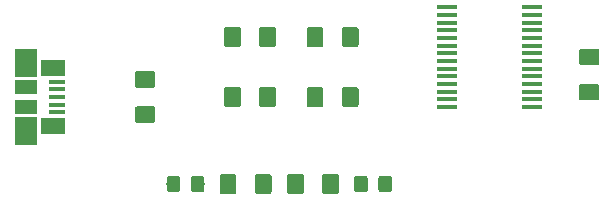
<source format=gbr>
%TF.GenerationSoftware,KiCad,Pcbnew,5.1.4-3.fc31*%
%TF.CreationDate,2019-11-03T17:38:08+01:00*%
%TF.ProjectId,ft232rl_converter_v2,66743233-3272-46c5-9f63-6f6e76657274,rev?*%
%TF.SameCoordinates,PX4d83c00PY525bfc0*%
%TF.FileFunction,Paste,Top*%
%TF.FilePolarity,Positive*%
%FSLAX46Y46*%
G04 Gerber Fmt 4.6, Leading zero omitted, Abs format (unit mm)*
G04 Created by KiCad (PCBNEW 5.1.4-3.fc31) date 2019-11-03 17:38:08*
%MOMM*%
%LPD*%
G04 APERTURE LIST*
%ADD10R,1.900000X1.175000*%
%ADD11R,1.900000X2.375000*%
%ADD12R,2.100000X1.475000*%
%ADD13R,1.380000X0.450000*%
%ADD14C,0.150000*%
%ADD15C,1.425000*%
%ADD16C,1.150000*%
%ADD17R,1.750000X0.450000*%
G04 APERTURE END LIST*
D10*
%TO.C,J1*%
X1340000Y11860000D03*
X1340000Y13540000D03*
D11*
X1340000Y9790000D03*
X1340000Y15610000D03*
D12*
X3640000Y10237500D03*
X3640000Y15162500D03*
D13*
X4000000Y11400000D03*
X4000000Y12050000D03*
X4000000Y12700000D03*
X4000000Y13350000D03*
X4000000Y14000000D03*
%TD*%
D14*
%TO.C,C1*%
G36*
X19319504Y13573796D02*
G01*
X19343773Y13570196D01*
X19367571Y13564235D01*
X19390671Y13555970D01*
X19412849Y13545480D01*
X19433893Y13532867D01*
X19453598Y13518253D01*
X19471777Y13501777D01*
X19488253Y13483598D01*
X19502867Y13463893D01*
X19515480Y13442849D01*
X19525970Y13420671D01*
X19534235Y13397571D01*
X19540196Y13373773D01*
X19543796Y13349504D01*
X19545000Y13325000D01*
X19545000Y12075000D01*
X19543796Y12050496D01*
X19540196Y12026227D01*
X19534235Y12002429D01*
X19525970Y11979329D01*
X19515480Y11957151D01*
X19502867Y11936107D01*
X19488253Y11916402D01*
X19471777Y11898223D01*
X19453598Y11881747D01*
X19433893Y11867133D01*
X19412849Y11854520D01*
X19390671Y11844030D01*
X19367571Y11835765D01*
X19343773Y11829804D01*
X19319504Y11826204D01*
X19295000Y11825000D01*
X18370000Y11825000D01*
X18345496Y11826204D01*
X18321227Y11829804D01*
X18297429Y11835765D01*
X18274329Y11844030D01*
X18252151Y11854520D01*
X18231107Y11867133D01*
X18211402Y11881747D01*
X18193223Y11898223D01*
X18176747Y11916402D01*
X18162133Y11936107D01*
X18149520Y11957151D01*
X18139030Y11979329D01*
X18130765Y12002429D01*
X18124804Y12026227D01*
X18121204Y12050496D01*
X18120000Y12075000D01*
X18120000Y13325000D01*
X18121204Y13349504D01*
X18124804Y13373773D01*
X18130765Y13397571D01*
X18139030Y13420671D01*
X18149520Y13442849D01*
X18162133Y13463893D01*
X18176747Y13483598D01*
X18193223Y13501777D01*
X18211402Y13518253D01*
X18231107Y13532867D01*
X18252151Y13545480D01*
X18274329Y13555970D01*
X18297429Y13564235D01*
X18321227Y13570196D01*
X18345496Y13573796D01*
X18370000Y13575000D01*
X19295000Y13575000D01*
X19319504Y13573796D01*
X19319504Y13573796D01*
G37*
D15*
X18832500Y12700000D03*
D14*
G36*
X22294504Y13573796D02*
G01*
X22318773Y13570196D01*
X22342571Y13564235D01*
X22365671Y13555970D01*
X22387849Y13545480D01*
X22408893Y13532867D01*
X22428598Y13518253D01*
X22446777Y13501777D01*
X22463253Y13483598D01*
X22477867Y13463893D01*
X22490480Y13442849D01*
X22500970Y13420671D01*
X22509235Y13397571D01*
X22515196Y13373773D01*
X22518796Y13349504D01*
X22520000Y13325000D01*
X22520000Y12075000D01*
X22518796Y12050496D01*
X22515196Y12026227D01*
X22509235Y12002429D01*
X22500970Y11979329D01*
X22490480Y11957151D01*
X22477867Y11936107D01*
X22463253Y11916402D01*
X22446777Y11898223D01*
X22428598Y11881747D01*
X22408893Y11867133D01*
X22387849Y11854520D01*
X22365671Y11844030D01*
X22342571Y11835765D01*
X22318773Y11829804D01*
X22294504Y11826204D01*
X22270000Y11825000D01*
X21345000Y11825000D01*
X21320496Y11826204D01*
X21296227Y11829804D01*
X21272429Y11835765D01*
X21249329Y11844030D01*
X21227151Y11854520D01*
X21206107Y11867133D01*
X21186402Y11881747D01*
X21168223Y11898223D01*
X21151747Y11916402D01*
X21137133Y11936107D01*
X21124520Y11957151D01*
X21114030Y11979329D01*
X21105765Y12002429D01*
X21099804Y12026227D01*
X21096204Y12050496D01*
X21095000Y12075000D01*
X21095000Y13325000D01*
X21096204Y13349504D01*
X21099804Y13373773D01*
X21105765Y13397571D01*
X21114030Y13420671D01*
X21124520Y13442849D01*
X21137133Y13463893D01*
X21151747Y13483598D01*
X21168223Y13501777D01*
X21186402Y13518253D01*
X21206107Y13532867D01*
X21227151Y13545480D01*
X21249329Y13555970D01*
X21272429Y13564235D01*
X21296227Y13570196D01*
X21320496Y13573796D01*
X21345000Y13575000D01*
X22270000Y13575000D01*
X22294504Y13573796D01*
X22294504Y13573796D01*
G37*
D15*
X21807500Y12700000D03*
%TD*%
D14*
%TO.C,C2*%
G36*
X12079504Y11923796D02*
G01*
X12103773Y11920196D01*
X12127571Y11914235D01*
X12150671Y11905970D01*
X12172849Y11895480D01*
X12193893Y11882867D01*
X12213598Y11868253D01*
X12231777Y11851777D01*
X12248253Y11833598D01*
X12262867Y11813893D01*
X12275480Y11792849D01*
X12285970Y11770671D01*
X12294235Y11747571D01*
X12300196Y11723773D01*
X12303796Y11699504D01*
X12305000Y11675000D01*
X12305000Y10750000D01*
X12303796Y10725496D01*
X12300196Y10701227D01*
X12294235Y10677429D01*
X12285970Y10654329D01*
X12275480Y10632151D01*
X12262867Y10611107D01*
X12248253Y10591402D01*
X12231777Y10573223D01*
X12213598Y10556747D01*
X12193893Y10542133D01*
X12172849Y10529520D01*
X12150671Y10519030D01*
X12127571Y10510765D01*
X12103773Y10504804D01*
X12079504Y10501204D01*
X12055000Y10500000D01*
X10805000Y10500000D01*
X10780496Y10501204D01*
X10756227Y10504804D01*
X10732429Y10510765D01*
X10709329Y10519030D01*
X10687151Y10529520D01*
X10666107Y10542133D01*
X10646402Y10556747D01*
X10628223Y10573223D01*
X10611747Y10591402D01*
X10597133Y10611107D01*
X10584520Y10632151D01*
X10574030Y10654329D01*
X10565765Y10677429D01*
X10559804Y10701227D01*
X10556204Y10725496D01*
X10555000Y10750000D01*
X10555000Y11675000D01*
X10556204Y11699504D01*
X10559804Y11723773D01*
X10565765Y11747571D01*
X10574030Y11770671D01*
X10584520Y11792849D01*
X10597133Y11813893D01*
X10611747Y11833598D01*
X10628223Y11851777D01*
X10646402Y11868253D01*
X10666107Y11882867D01*
X10687151Y11895480D01*
X10709329Y11905970D01*
X10732429Y11914235D01*
X10756227Y11920196D01*
X10780496Y11923796D01*
X10805000Y11925000D01*
X12055000Y11925000D01*
X12079504Y11923796D01*
X12079504Y11923796D01*
G37*
D15*
X11430000Y11212500D03*
D14*
G36*
X12079504Y14898796D02*
G01*
X12103773Y14895196D01*
X12127571Y14889235D01*
X12150671Y14880970D01*
X12172849Y14870480D01*
X12193893Y14857867D01*
X12213598Y14843253D01*
X12231777Y14826777D01*
X12248253Y14808598D01*
X12262867Y14788893D01*
X12275480Y14767849D01*
X12285970Y14745671D01*
X12294235Y14722571D01*
X12300196Y14698773D01*
X12303796Y14674504D01*
X12305000Y14650000D01*
X12305000Y13725000D01*
X12303796Y13700496D01*
X12300196Y13676227D01*
X12294235Y13652429D01*
X12285970Y13629329D01*
X12275480Y13607151D01*
X12262867Y13586107D01*
X12248253Y13566402D01*
X12231777Y13548223D01*
X12213598Y13531747D01*
X12193893Y13517133D01*
X12172849Y13504520D01*
X12150671Y13494030D01*
X12127571Y13485765D01*
X12103773Y13479804D01*
X12079504Y13476204D01*
X12055000Y13475000D01*
X10805000Y13475000D01*
X10780496Y13476204D01*
X10756227Y13479804D01*
X10732429Y13485765D01*
X10709329Y13494030D01*
X10687151Y13504520D01*
X10666107Y13517133D01*
X10646402Y13531747D01*
X10628223Y13548223D01*
X10611747Y13566402D01*
X10597133Y13586107D01*
X10584520Y13607151D01*
X10574030Y13629329D01*
X10565765Y13652429D01*
X10559804Y13676227D01*
X10556204Y13700496D01*
X10555000Y13725000D01*
X10555000Y14650000D01*
X10556204Y14674504D01*
X10559804Y14698773D01*
X10565765Y14722571D01*
X10574030Y14745671D01*
X10584520Y14767849D01*
X10597133Y14788893D01*
X10611747Y14808598D01*
X10628223Y14826777D01*
X10646402Y14843253D01*
X10666107Y14857867D01*
X10687151Y14870480D01*
X10709329Y14880970D01*
X10732429Y14889235D01*
X10756227Y14895196D01*
X10780496Y14898796D01*
X10805000Y14900000D01*
X12055000Y14900000D01*
X12079504Y14898796D01*
X12079504Y14898796D01*
G37*
D15*
X11430000Y14187500D03*
%TD*%
D14*
%TO.C,C3*%
G36*
X29279504Y13573796D02*
G01*
X29303773Y13570196D01*
X29327571Y13564235D01*
X29350671Y13555970D01*
X29372849Y13545480D01*
X29393893Y13532867D01*
X29413598Y13518253D01*
X29431777Y13501777D01*
X29448253Y13483598D01*
X29462867Y13463893D01*
X29475480Y13442849D01*
X29485970Y13420671D01*
X29494235Y13397571D01*
X29500196Y13373773D01*
X29503796Y13349504D01*
X29505000Y13325000D01*
X29505000Y12075000D01*
X29503796Y12050496D01*
X29500196Y12026227D01*
X29494235Y12002429D01*
X29485970Y11979329D01*
X29475480Y11957151D01*
X29462867Y11936107D01*
X29448253Y11916402D01*
X29431777Y11898223D01*
X29413598Y11881747D01*
X29393893Y11867133D01*
X29372849Y11854520D01*
X29350671Y11844030D01*
X29327571Y11835765D01*
X29303773Y11829804D01*
X29279504Y11826204D01*
X29255000Y11825000D01*
X28330000Y11825000D01*
X28305496Y11826204D01*
X28281227Y11829804D01*
X28257429Y11835765D01*
X28234329Y11844030D01*
X28212151Y11854520D01*
X28191107Y11867133D01*
X28171402Y11881747D01*
X28153223Y11898223D01*
X28136747Y11916402D01*
X28122133Y11936107D01*
X28109520Y11957151D01*
X28099030Y11979329D01*
X28090765Y12002429D01*
X28084804Y12026227D01*
X28081204Y12050496D01*
X28080000Y12075000D01*
X28080000Y13325000D01*
X28081204Y13349504D01*
X28084804Y13373773D01*
X28090765Y13397571D01*
X28099030Y13420671D01*
X28109520Y13442849D01*
X28122133Y13463893D01*
X28136747Y13483598D01*
X28153223Y13501777D01*
X28171402Y13518253D01*
X28191107Y13532867D01*
X28212151Y13545480D01*
X28234329Y13555970D01*
X28257429Y13564235D01*
X28281227Y13570196D01*
X28305496Y13573796D01*
X28330000Y13575000D01*
X29255000Y13575000D01*
X29279504Y13573796D01*
X29279504Y13573796D01*
G37*
D15*
X28792500Y12700000D03*
D14*
G36*
X26304504Y13573796D02*
G01*
X26328773Y13570196D01*
X26352571Y13564235D01*
X26375671Y13555970D01*
X26397849Y13545480D01*
X26418893Y13532867D01*
X26438598Y13518253D01*
X26456777Y13501777D01*
X26473253Y13483598D01*
X26487867Y13463893D01*
X26500480Y13442849D01*
X26510970Y13420671D01*
X26519235Y13397571D01*
X26525196Y13373773D01*
X26528796Y13349504D01*
X26530000Y13325000D01*
X26530000Y12075000D01*
X26528796Y12050496D01*
X26525196Y12026227D01*
X26519235Y12002429D01*
X26510970Y11979329D01*
X26500480Y11957151D01*
X26487867Y11936107D01*
X26473253Y11916402D01*
X26456777Y11898223D01*
X26438598Y11881747D01*
X26418893Y11867133D01*
X26397849Y11854520D01*
X26375671Y11844030D01*
X26352571Y11835765D01*
X26328773Y11829804D01*
X26304504Y11826204D01*
X26280000Y11825000D01*
X25355000Y11825000D01*
X25330496Y11826204D01*
X25306227Y11829804D01*
X25282429Y11835765D01*
X25259329Y11844030D01*
X25237151Y11854520D01*
X25216107Y11867133D01*
X25196402Y11881747D01*
X25178223Y11898223D01*
X25161747Y11916402D01*
X25147133Y11936107D01*
X25134520Y11957151D01*
X25124030Y11979329D01*
X25115765Y12002429D01*
X25109804Y12026227D01*
X25106204Y12050496D01*
X25105000Y12075000D01*
X25105000Y13325000D01*
X25106204Y13349504D01*
X25109804Y13373773D01*
X25115765Y13397571D01*
X25124030Y13420671D01*
X25134520Y13442849D01*
X25147133Y13463893D01*
X25161747Y13483598D01*
X25178223Y13501777D01*
X25196402Y13518253D01*
X25216107Y13532867D01*
X25237151Y13545480D01*
X25259329Y13555970D01*
X25282429Y13564235D01*
X25306227Y13570196D01*
X25330496Y13573796D01*
X25355000Y13575000D01*
X26280000Y13575000D01*
X26304504Y13573796D01*
X26304504Y13573796D01*
G37*
D15*
X25817500Y12700000D03*
%TD*%
D14*
%TO.C,C4*%
G36*
X49671504Y16803796D02*
G01*
X49695773Y16800196D01*
X49719571Y16794235D01*
X49742671Y16785970D01*
X49764849Y16775480D01*
X49785893Y16762867D01*
X49805598Y16748253D01*
X49823777Y16731777D01*
X49840253Y16713598D01*
X49854867Y16693893D01*
X49867480Y16672849D01*
X49877970Y16650671D01*
X49886235Y16627571D01*
X49892196Y16603773D01*
X49895796Y16579504D01*
X49897000Y16555000D01*
X49897000Y15630000D01*
X49895796Y15605496D01*
X49892196Y15581227D01*
X49886235Y15557429D01*
X49877970Y15534329D01*
X49867480Y15512151D01*
X49854867Y15491107D01*
X49840253Y15471402D01*
X49823777Y15453223D01*
X49805598Y15436747D01*
X49785893Y15422133D01*
X49764849Y15409520D01*
X49742671Y15399030D01*
X49719571Y15390765D01*
X49695773Y15384804D01*
X49671504Y15381204D01*
X49647000Y15380000D01*
X48397000Y15380000D01*
X48372496Y15381204D01*
X48348227Y15384804D01*
X48324429Y15390765D01*
X48301329Y15399030D01*
X48279151Y15409520D01*
X48258107Y15422133D01*
X48238402Y15436747D01*
X48220223Y15453223D01*
X48203747Y15471402D01*
X48189133Y15491107D01*
X48176520Y15512151D01*
X48166030Y15534329D01*
X48157765Y15557429D01*
X48151804Y15581227D01*
X48148204Y15605496D01*
X48147000Y15630000D01*
X48147000Y16555000D01*
X48148204Y16579504D01*
X48151804Y16603773D01*
X48157765Y16627571D01*
X48166030Y16650671D01*
X48176520Y16672849D01*
X48189133Y16693893D01*
X48203747Y16713598D01*
X48220223Y16731777D01*
X48238402Y16748253D01*
X48258107Y16762867D01*
X48279151Y16775480D01*
X48301329Y16785970D01*
X48324429Y16794235D01*
X48348227Y16800196D01*
X48372496Y16803796D01*
X48397000Y16805000D01*
X49647000Y16805000D01*
X49671504Y16803796D01*
X49671504Y16803796D01*
G37*
D15*
X49022000Y16092500D03*
D14*
G36*
X49671504Y13828796D02*
G01*
X49695773Y13825196D01*
X49719571Y13819235D01*
X49742671Y13810970D01*
X49764849Y13800480D01*
X49785893Y13787867D01*
X49805598Y13773253D01*
X49823777Y13756777D01*
X49840253Y13738598D01*
X49854867Y13718893D01*
X49867480Y13697849D01*
X49877970Y13675671D01*
X49886235Y13652571D01*
X49892196Y13628773D01*
X49895796Y13604504D01*
X49897000Y13580000D01*
X49897000Y12655000D01*
X49895796Y12630496D01*
X49892196Y12606227D01*
X49886235Y12582429D01*
X49877970Y12559329D01*
X49867480Y12537151D01*
X49854867Y12516107D01*
X49840253Y12496402D01*
X49823777Y12478223D01*
X49805598Y12461747D01*
X49785893Y12447133D01*
X49764849Y12434520D01*
X49742671Y12424030D01*
X49719571Y12415765D01*
X49695773Y12409804D01*
X49671504Y12406204D01*
X49647000Y12405000D01*
X48397000Y12405000D01*
X48372496Y12406204D01*
X48348227Y12409804D01*
X48324429Y12415765D01*
X48301329Y12424030D01*
X48279151Y12434520D01*
X48258107Y12447133D01*
X48238402Y12461747D01*
X48220223Y12478223D01*
X48203747Y12496402D01*
X48189133Y12516107D01*
X48176520Y12537151D01*
X48166030Y12559329D01*
X48157765Y12582429D01*
X48151804Y12606227D01*
X48148204Y12630496D01*
X48147000Y12655000D01*
X48147000Y13580000D01*
X48148204Y13604504D01*
X48151804Y13628773D01*
X48157765Y13652571D01*
X48166030Y13675671D01*
X48176520Y13697849D01*
X48189133Y13718893D01*
X48203747Y13738598D01*
X48220223Y13756777D01*
X48238402Y13773253D01*
X48258107Y13787867D01*
X48279151Y13800480D01*
X48301329Y13810970D01*
X48324429Y13819235D01*
X48348227Y13825196D01*
X48372496Y13828796D01*
X48397000Y13830000D01*
X49647000Y13830000D01*
X49671504Y13828796D01*
X49671504Y13828796D01*
G37*
D15*
X49022000Y13117500D03*
%TD*%
D14*
%TO.C,D1*%
G36*
X21913504Y6207796D02*
G01*
X21937773Y6204196D01*
X21961571Y6198235D01*
X21984671Y6189970D01*
X22006849Y6179480D01*
X22027893Y6166867D01*
X22047598Y6152253D01*
X22065777Y6135777D01*
X22082253Y6117598D01*
X22096867Y6097893D01*
X22109480Y6076849D01*
X22119970Y6054671D01*
X22128235Y6031571D01*
X22134196Y6007773D01*
X22137796Y5983504D01*
X22139000Y5959000D01*
X22139000Y4709000D01*
X22137796Y4684496D01*
X22134196Y4660227D01*
X22128235Y4636429D01*
X22119970Y4613329D01*
X22109480Y4591151D01*
X22096867Y4570107D01*
X22082253Y4550402D01*
X22065777Y4532223D01*
X22047598Y4515747D01*
X22027893Y4501133D01*
X22006849Y4488520D01*
X21984671Y4478030D01*
X21961571Y4469765D01*
X21937773Y4463804D01*
X21913504Y4460204D01*
X21889000Y4459000D01*
X20964000Y4459000D01*
X20939496Y4460204D01*
X20915227Y4463804D01*
X20891429Y4469765D01*
X20868329Y4478030D01*
X20846151Y4488520D01*
X20825107Y4501133D01*
X20805402Y4515747D01*
X20787223Y4532223D01*
X20770747Y4550402D01*
X20756133Y4570107D01*
X20743520Y4591151D01*
X20733030Y4613329D01*
X20724765Y4636429D01*
X20718804Y4660227D01*
X20715204Y4684496D01*
X20714000Y4709000D01*
X20714000Y5959000D01*
X20715204Y5983504D01*
X20718804Y6007773D01*
X20724765Y6031571D01*
X20733030Y6054671D01*
X20743520Y6076849D01*
X20756133Y6097893D01*
X20770747Y6117598D01*
X20787223Y6135777D01*
X20805402Y6152253D01*
X20825107Y6166867D01*
X20846151Y6179480D01*
X20868329Y6189970D01*
X20891429Y6198235D01*
X20915227Y6204196D01*
X20939496Y6207796D01*
X20964000Y6209000D01*
X21889000Y6209000D01*
X21913504Y6207796D01*
X21913504Y6207796D01*
G37*
D15*
X21426500Y5334000D03*
D14*
G36*
X18938504Y6207796D02*
G01*
X18962773Y6204196D01*
X18986571Y6198235D01*
X19009671Y6189970D01*
X19031849Y6179480D01*
X19052893Y6166867D01*
X19072598Y6152253D01*
X19090777Y6135777D01*
X19107253Y6117598D01*
X19121867Y6097893D01*
X19134480Y6076849D01*
X19144970Y6054671D01*
X19153235Y6031571D01*
X19159196Y6007773D01*
X19162796Y5983504D01*
X19164000Y5959000D01*
X19164000Y4709000D01*
X19162796Y4684496D01*
X19159196Y4660227D01*
X19153235Y4636429D01*
X19144970Y4613329D01*
X19134480Y4591151D01*
X19121867Y4570107D01*
X19107253Y4550402D01*
X19090777Y4532223D01*
X19072598Y4515747D01*
X19052893Y4501133D01*
X19031849Y4488520D01*
X19009671Y4478030D01*
X18986571Y4469765D01*
X18962773Y4463804D01*
X18938504Y4460204D01*
X18914000Y4459000D01*
X17989000Y4459000D01*
X17964496Y4460204D01*
X17940227Y4463804D01*
X17916429Y4469765D01*
X17893329Y4478030D01*
X17871151Y4488520D01*
X17850107Y4501133D01*
X17830402Y4515747D01*
X17812223Y4532223D01*
X17795747Y4550402D01*
X17781133Y4570107D01*
X17768520Y4591151D01*
X17758030Y4613329D01*
X17749765Y4636429D01*
X17743804Y4660227D01*
X17740204Y4684496D01*
X17739000Y4709000D01*
X17739000Y5959000D01*
X17740204Y5983504D01*
X17743804Y6007773D01*
X17749765Y6031571D01*
X17758030Y6054671D01*
X17768520Y6076849D01*
X17781133Y6097893D01*
X17795747Y6117598D01*
X17812223Y6135777D01*
X17830402Y6152253D01*
X17850107Y6166867D01*
X17871151Y6179480D01*
X17893329Y6189970D01*
X17916429Y6198235D01*
X17940227Y6204196D01*
X17964496Y6207796D01*
X17989000Y6209000D01*
X18914000Y6209000D01*
X18938504Y6207796D01*
X18938504Y6207796D01*
G37*
D15*
X18451500Y5334000D03*
%TD*%
D14*
%TO.C,D2*%
G36*
X24653504Y6207796D02*
G01*
X24677773Y6204196D01*
X24701571Y6198235D01*
X24724671Y6189970D01*
X24746849Y6179480D01*
X24767893Y6166867D01*
X24787598Y6152253D01*
X24805777Y6135777D01*
X24822253Y6117598D01*
X24836867Y6097893D01*
X24849480Y6076849D01*
X24859970Y6054671D01*
X24868235Y6031571D01*
X24874196Y6007773D01*
X24877796Y5983504D01*
X24879000Y5959000D01*
X24879000Y4709000D01*
X24877796Y4684496D01*
X24874196Y4660227D01*
X24868235Y4636429D01*
X24859970Y4613329D01*
X24849480Y4591151D01*
X24836867Y4570107D01*
X24822253Y4550402D01*
X24805777Y4532223D01*
X24787598Y4515747D01*
X24767893Y4501133D01*
X24746849Y4488520D01*
X24724671Y4478030D01*
X24701571Y4469765D01*
X24677773Y4463804D01*
X24653504Y4460204D01*
X24629000Y4459000D01*
X23704000Y4459000D01*
X23679496Y4460204D01*
X23655227Y4463804D01*
X23631429Y4469765D01*
X23608329Y4478030D01*
X23586151Y4488520D01*
X23565107Y4501133D01*
X23545402Y4515747D01*
X23527223Y4532223D01*
X23510747Y4550402D01*
X23496133Y4570107D01*
X23483520Y4591151D01*
X23473030Y4613329D01*
X23464765Y4636429D01*
X23458804Y4660227D01*
X23455204Y4684496D01*
X23454000Y4709000D01*
X23454000Y5959000D01*
X23455204Y5983504D01*
X23458804Y6007773D01*
X23464765Y6031571D01*
X23473030Y6054671D01*
X23483520Y6076849D01*
X23496133Y6097893D01*
X23510747Y6117598D01*
X23527223Y6135777D01*
X23545402Y6152253D01*
X23565107Y6166867D01*
X23586151Y6179480D01*
X23608329Y6189970D01*
X23631429Y6198235D01*
X23655227Y6204196D01*
X23679496Y6207796D01*
X23704000Y6209000D01*
X24629000Y6209000D01*
X24653504Y6207796D01*
X24653504Y6207796D01*
G37*
D15*
X24166500Y5334000D03*
D14*
G36*
X27628504Y6207796D02*
G01*
X27652773Y6204196D01*
X27676571Y6198235D01*
X27699671Y6189970D01*
X27721849Y6179480D01*
X27742893Y6166867D01*
X27762598Y6152253D01*
X27780777Y6135777D01*
X27797253Y6117598D01*
X27811867Y6097893D01*
X27824480Y6076849D01*
X27834970Y6054671D01*
X27843235Y6031571D01*
X27849196Y6007773D01*
X27852796Y5983504D01*
X27854000Y5959000D01*
X27854000Y4709000D01*
X27852796Y4684496D01*
X27849196Y4660227D01*
X27843235Y4636429D01*
X27834970Y4613329D01*
X27824480Y4591151D01*
X27811867Y4570107D01*
X27797253Y4550402D01*
X27780777Y4532223D01*
X27762598Y4515747D01*
X27742893Y4501133D01*
X27721849Y4488520D01*
X27699671Y4478030D01*
X27676571Y4469765D01*
X27652773Y4463804D01*
X27628504Y4460204D01*
X27604000Y4459000D01*
X26679000Y4459000D01*
X26654496Y4460204D01*
X26630227Y4463804D01*
X26606429Y4469765D01*
X26583329Y4478030D01*
X26561151Y4488520D01*
X26540107Y4501133D01*
X26520402Y4515747D01*
X26502223Y4532223D01*
X26485747Y4550402D01*
X26471133Y4570107D01*
X26458520Y4591151D01*
X26448030Y4613329D01*
X26439765Y4636429D01*
X26433804Y4660227D01*
X26430204Y4684496D01*
X26429000Y4709000D01*
X26429000Y5959000D01*
X26430204Y5983504D01*
X26433804Y6007773D01*
X26439765Y6031571D01*
X26448030Y6054671D01*
X26458520Y6076849D01*
X26471133Y6097893D01*
X26485747Y6117598D01*
X26502223Y6135777D01*
X26520402Y6152253D01*
X26540107Y6166867D01*
X26561151Y6179480D01*
X26583329Y6189970D01*
X26606429Y6198235D01*
X26630227Y6204196D01*
X26654496Y6207796D01*
X26679000Y6209000D01*
X27604000Y6209000D01*
X27628504Y6207796D01*
X27628504Y6207796D01*
G37*
D15*
X27141500Y5334000D03*
%TD*%
D14*
%TO.C,FB1*%
G36*
X19319504Y18653796D02*
G01*
X19343773Y18650196D01*
X19367571Y18644235D01*
X19390671Y18635970D01*
X19412849Y18625480D01*
X19433893Y18612867D01*
X19453598Y18598253D01*
X19471777Y18581777D01*
X19488253Y18563598D01*
X19502867Y18543893D01*
X19515480Y18522849D01*
X19525970Y18500671D01*
X19534235Y18477571D01*
X19540196Y18453773D01*
X19543796Y18429504D01*
X19545000Y18405000D01*
X19545000Y17155000D01*
X19543796Y17130496D01*
X19540196Y17106227D01*
X19534235Y17082429D01*
X19525970Y17059329D01*
X19515480Y17037151D01*
X19502867Y17016107D01*
X19488253Y16996402D01*
X19471777Y16978223D01*
X19453598Y16961747D01*
X19433893Y16947133D01*
X19412849Y16934520D01*
X19390671Y16924030D01*
X19367571Y16915765D01*
X19343773Y16909804D01*
X19319504Y16906204D01*
X19295000Y16905000D01*
X18370000Y16905000D01*
X18345496Y16906204D01*
X18321227Y16909804D01*
X18297429Y16915765D01*
X18274329Y16924030D01*
X18252151Y16934520D01*
X18231107Y16947133D01*
X18211402Y16961747D01*
X18193223Y16978223D01*
X18176747Y16996402D01*
X18162133Y17016107D01*
X18149520Y17037151D01*
X18139030Y17059329D01*
X18130765Y17082429D01*
X18124804Y17106227D01*
X18121204Y17130496D01*
X18120000Y17155000D01*
X18120000Y18405000D01*
X18121204Y18429504D01*
X18124804Y18453773D01*
X18130765Y18477571D01*
X18139030Y18500671D01*
X18149520Y18522849D01*
X18162133Y18543893D01*
X18176747Y18563598D01*
X18193223Y18581777D01*
X18211402Y18598253D01*
X18231107Y18612867D01*
X18252151Y18625480D01*
X18274329Y18635970D01*
X18297429Y18644235D01*
X18321227Y18650196D01*
X18345496Y18653796D01*
X18370000Y18655000D01*
X19295000Y18655000D01*
X19319504Y18653796D01*
X19319504Y18653796D01*
G37*
D15*
X18832500Y17780000D03*
D14*
G36*
X22294504Y18653796D02*
G01*
X22318773Y18650196D01*
X22342571Y18644235D01*
X22365671Y18635970D01*
X22387849Y18625480D01*
X22408893Y18612867D01*
X22428598Y18598253D01*
X22446777Y18581777D01*
X22463253Y18563598D01*
X22477867Y18543893D01*
X22490480Y18522849D01*
X22500970Y18500671D01*
X22509235Y18477571D01*
X22515196Y18453773D01*
X22518796Y18429504D01*
X22520000Y18405000D01*
X22520000Y17155000D01*
X22518796Y17130496D01*
X22515196Y17106227D01*
X22509235Y17082429D01*
X22500970Y17059329D01*
X22490480Y17037151D01*
X22477867Y17016107D01*
X22463253Y16996402D01*
X22446777Y16978223D01*
X22428598Y16961747D01*
X22408893Y16947133D01*
X22387849Y16934520D01*
X22365671Y16924030D01*
X22342571Y16915765D01*
X22318773Y16909804D01*
X22294504Y16906204D01*
X22270000Y16905000D01*
X21345000Y16905000D01*
X21320496Y16906204D01*
X21296227Y16909804D01*
X21272429Y16915765D01*
X21249329Y16924030D01*
X21227151Y16934520D01*
X21206107Y16947133D01*
X21186402Y16961747D01*
X21168223Y16978223D01*
X21151747Y16996402D01*
X21137133Y17016107D01*
X21124520Y17037151D01*
X21114030Y17059329D01*
X21105765Y17082429D01*
X21099804Y17106227D01*
X21096204Y17130496D01*
X21095000Y17155000D01*
X21095000Y18405000D01*
X21096204Y18429504D01*
X21099804Y18453773D01*
X21105765Y18477571D01*
X21114030Y18500671D01*
X21124520Y18522849D01*
X21137133Y18543893D01*
X21151747Y18563598D01*
X21168223Y18581777D01*
X21186402Y18598253D01*
X21206107Y18612867D01*
X21227151Y18625480D01*
X21249329Y18635970D01*
X21272429Y18644235D01*
X21296227Y18650196D01*
X21320496Y18653796D01*
X21345000Y18655000D01*
X22270000Y18655000D01*
X22294504Y18653796D01*
X22294504Y18653796D01*
G37*
D15*
X21807500Y17780000D03*
%TD*%
D14*
%TO.C,R1*%
G36*
X14183505Y6032796D02*
G01*
X14207773Y6029196D01*
X14231572Y6023235D01*
X14254671Y6014970D01*
X14276850Y6004480D01*
X14297893Y5991868D01*
X14317599Y5977253D01*
X14335777Y5960777D01*
X14352253Y5942599D01*
X14366868Y5922893D01*
X14379480Y5901850D01*
X14389970Y5879671D01*
X14398235Y5856572D01*
X14404196Y5832773D01*
X14407796Y5808505D01*
X14409000Y5784001D01*
X14409000Y4883999D01*
X14407796Y4859495D01*
X14404196Y4835227D01*
X14398235Y4811428D01*
X14389970Y4788329D01*
X14379480Y4766150D01*
X14366868Y4745107D01*
X14352253Y4725401D01*
X14335777Y4707223D01*
X14317599Y4690747D01*
X14297893Y4676132D01*
X14276850Y4663520D01*
X14254671Y4653030D01*
X14231572Y4644765D01*
X14207773Y4638804D01*
X14183505Y4635204D01*
X14159001Y4634000D01*
X13508999Y4634000D01*
X13484495Y4635204D01*
X13460227Y4638804D01*
X13436428Y4644765D01*
X13413329Y4653030D01*
X13391150Y4663520D01*
X13370107Y4676132D01*
X13350401Y4690747D01*
X13332223Y4707223D01*
X13315747Y4725401D01*
X13301132Y4745107D01*
X13288520Y4766150D01*
X13278030Y4788329D01*
X13269765Y4811428D01*
X13263804Y4835227D01*
X13260204Y4859495D01*
X13259000Y4883999D01*
X13259000Y5784001D01*
X13260204Y5808505D01*
X13263804Y5832773D01*
X13269765Y5856572D01*
X13278030Y5879671D01*
X13288520Y5901850D01*
X13301132Y5922893D01*
X13315747Y5942599D01*
X13332223Y5960777D01*
X13350401Y5977253D01*
X13370107Y5991868D01*
X13391150Y6004480D01*
X13413329Y6014970D01*
X13436428Y6023235D01*
X13460227Y6029196D01*
X13484495Y6032796D01*
X13508999Y6034000D01*
X14159001Y6034000D01*
X14183505Y6032796D01*
X14183505Y6032796D01*
G37*
D16*
X13834000Y5334000D03*
D14*
G36*
X16233505Y6032796D02*
G01*
X16257773Y6029196D01*
X16281572Y6023235D01*
X16304671Y6014970D01*
X16326850Y6004480D01*
X16347893Y5991868D01*
X16367599Y5977253D01*
X16385777Y5960777D01*
X16402253Y5942599D01*
X16416868Y5922893D01*
X16429480Y5901850D01*
X16439970Y5879671D01*
X16448235Y5856572D01*
X16454196Y5832773D01*
X16457796Y5808505D01*
X16459000Y5784001D01*
X16459000Y4883999D01*
X16457796Y4859495D01*
X16454196Y4835227D01*
X16448235Y4811428D01*
X16439970Y4788329D01*
X16429480Y4766150D01*
X16416868Y4745107D01*
X16402253Y4725401D01*
X16385777Y4707223D01*
X16367599Y4690747D01*
X16347893Y4676132D01*
X16326850Y4663520D01*
X16304671Y4653030D01*
X16281572Y4644765D01*
X16257773Y4638804D01*
X16233505Y4635204D01*
X16209001Y4634000D01*
X15558999Y4634000D01*
X15534495Y4635204D01*
X15510227Y4638804D01*
X15486428Y4644765D01*
X15463329Y4653030D01*
X15441150Y4663520D01*
X15420107Y4676132D01*
X15400401Y4690747D01*
X15382223Y4707223D01*
X15365747Y4725401D01*
X15351132Y4745107D01*
X15338520Y4766150D01*
X15328030Y4788329D01*
X15319765Y4811428D01*
X15313804Y4835227D01*
X15310204Y4859495D01*
X15309000Y4883999D01*
X15309000Y5784001D01*
X15310204Y5808505D01*
X15313804Y5832773D01*
X15319765Y5856572D01*
X15328030Y5879671D01*
X15338520Y5901850D01*
X15351132Y5922893D01*
X15365747Y5942599D01*
X15382223Y5960777D01*
X15400401Y5977253D01*
X15420107Y5991868D01*
X15441150Y6004480D01*
X15463329Y6014970D01*
X15486428Y6023235D01*
X15510227Y6029196D01*
X15534495Y6032796D01*
X15558999Y6034000D01*
X16209001Y6034000D01*
X16233505Y6032796D01*
X16233505Y6032796D01*
G37*
D16*
X15884000Y5334000D03*
%TD*%
D14*
%TO.C,R2*%
G36*
X32108505Y6032796D02*
G01*
X32132773Y6029196D01*
X32156572Y6023235D01*
X32179671Y6014970D01*
X32201850Y6004480D01*
X32222893Y5991868D01*
X32242599Y5977253D01*
X32260777Y5960777D01*
X32277253Y5942599D01*
X32291868Y5922893D01*
X32304480Y5901850D01*
X32314970Y5879671D01*
X32323235Y5856572D01*
X32329196Y5832773D01*
X32332796Y5808505D01*
X32334000Y5784001D01*
X32334000Y4883999D01*
X32332796Y4859495D01*
X32329196Y4835227D01*
X32323235Y4811428D01*
X32314970Y4788329D01*
X32304480Y4766150D01*
X32291868Y4745107D01*
X32277253Y4725401D01*
X32260777Y4707223D01*
X32242599Y4690747D01*
X32222893Y4676132D01*
X32201850Y4663520D01*
X32179671Y4653030D01*
X32156572Y4644765D01*
X32132773Y4638804D01*
X32108505Y4635204D01*
X32084001Y4634000D01*
X31433999Y4634000D01*
X31409495Y4635204D01*
X31385227Y4638804D01*
X31361428Y4644765D01*
X31338329Y4653030D01*
X31316150Y4663520D01*
X31295107Y4676132D01*
X31275401Y4690747D01*
X31257223Y4707223D01*
X31240747Y4725401D01*
X31226132Y4745107D01*
X31213520Y4766150D01*
X31203030Y4788329D01*
X31194765Y4811428D01*
X31188804Y4835227D01*
X31185204Y4859495D01*
X31184000Y4883999D01*
X31184000Y5784001D01*
X31185204Y5808505D01*
X31188804Y5832773D01*
X31194765Y5856572D01*
X31203030Y5879671D01*
X31213520Y5901850D01*
X31226132Y5922893D01*
X31240747Y5942599D01*
X31257223Y5960777D01*
X31275401Y5977253D01*
X31295107Y5991868D01*
X31316150Y6004480D01*
X31338329Y6014970D01*
X31361428Y6023235D01*
X31385227Y6029196D01*
X31409495Y6032796D01*
X31433999Y6034000D01*
X32084001Y6034000D01*
X32108505Y6032796D01*
X32108505Y6032796D01*
G37*
D16*
X31759000Y5334000D03*
D14*
G36*
X30058505Y6032796D02*
G01*
X30082773Y6029196D01*
X30106572Y6023235D01*
X30129671Y6014970D01*
X30151850Y6004480D01*
X30172893Y5991868D01*
X30192599Y5977253D01*
X30210777Y5960777D01*
X30227253Y5942599D01*
X30241868Y5922893D01*
X30254480Y5901850D01*
X30264970Y5879671D01*
X30273235Y5856572D01*
X30279196Y5832773D01*
X30282796Y5808505D01*
X30284000Y5784001D01*
X30284000Y4883999D01*
X30282796Y4859495D01*
X30279196Y4835227D01*
X30273235Y4811428D01*
X30264970Y4788329D01*
X30254480Y4766150D01*
X30241868Y4745107D01*
X30227253Y4725401D01*
X30210777Y4707223D01*
X30192599Y4690747D01*
X30172893Y4676132D01*
X30151850Y4663520D01*
X30129671Y4653030D01*
X30106572Y4644765D01*
X30082773Y4638804D01*
X30058505Y4635204D01*
X30034001Y4634000D01*
X29383999Y4634000D01*
X29359495Y4635204D01*
X29335227Y4638804D01*
X29311428Y4644765D01*
X29288329Y4653030D01*
X29266150Y4663520D01*
X29245107Y4676132D01*
X29225401Y4690747D01*
X29207223Y4707223D01*
X29190747Y4725401D01*
X29176132Y4745107D01*
X29163520Y4766150D01*
X29153030Y4788329D01*
X29144765Y4811428D01*
X29138804Y4835227D01*
X29135204Y4859495D01*
X29134000Y4883999D01*
X29134000Y5784001D01*
X29135204Y5808505D01*
X29138804Y5832773D01*
X29144765Y5856572D01*
X29153030Y5879671D01*
X29163520Y5901850D01*
X29176132Y5922893D01*
X29190747Y5942599D01*
X29207223Y5960777D01*
X29225401Y5977253D01*
X29245107Y5991868D01*
X29266150Y6004480D01*
X29288329Y6014970D01*
X29311428Y6023235D01*
X29335227Y6029196D01*
X29359495Y6032796D01*
X29383999Y6034000D01*
X30034001Y6034000D01*
X30058505Y6032796D01*
X30058505Y6032796D01*
G37*
D16*
X29709000Y5334000D03*
%TD*%
D14*
%TO.C,R3*%
G36*
X29279504Y18653796D02*
G01*
X29303773Y18650196D01*
X29327571Y18644235D01*
X29350671Y18635970D01*
X29372849Y18625480D01*
X29393893Y18612867D01*
X29413598Y18598253D01*
X29431777Y18581777D01*
X29448253Y18563598D01*
X29462867Y18543893D01*
X29475480Y18522849D01*
X29485970Y18500671D01*
X29494235Y18477571D01*
X29500196Y18453773D01*
X29503796Y18429504D01*
X29505000Y18405000D01*
X29505000Y17155000D01*
X29503796Y17130496D01*
X29500196Y17106227D01*
X29494235Y17082429D01*
X29485970Y17059329D01*
X29475480Y17037151D01*
X29462867Y17016107D01*
X29448253Y16996402D01*
X29431777Y16978223D01*
X29413598Y16961747D01*
X29393893Y16947133D01*
X29372849Y16934520D01*
X29350671Y16924030D01*
X29327571Y16915765D01*
X29303773Y16909804D01*
X29279504Y16906204D01*
X29255000Y16905000D01*
X28330000Y16905000D01*
X28305496Y16906204D01*
X28281227Y16909804D01*
X28257429Y16915765D01*
X28234329Y16924030D01*
X28212151Y16934520D01*
X28191107Y16947133D01*
X28171402Y16961747D01*
X28153223Y16978223D01*
X28136747Y16996402D01*
X28122133Y17016107D01*
X28109520Y17037151D01*
X28099030Y17059329D01*
X28090765Y17082429D01*
X28084804Y17106227D01*
X28081204Y17130496D01*
X28080000Y17155000D01*
X28080000Y18405000D01*
X28081204Y18429504D01*
X28084804Y18453773D01*
X28090765Y18477571D01*
X28099030Y18500671D01*
X28109520Y18522849D01*
X28122133Y18543893D01*
X28136747Y18563598D01*
X28153223Y18581777D01*
X28171402Y18598253D01*
X28191107Y18612867D01*
X28212151Y18625480D01*
X28234329Y18635970D01*
X28257429Y18644235D01*
X28281227Y18650196D01*
X28305496Y18653796D01*
X28330000Y18655000D01*
X29255000Y18655000D01*
X29279504Y18653796D01*
X29279504Y18653796D01*
G37*
D15*
X28792500Y17780000D03*
D14*
G36*
X26304504Y18653796D02*
G01*
X26328773Y18650196D01*
X26352571Y18644235D01*
X26375671Y18635970D01*
X26397849Y18625480D01*
X26418893Y18612867D01*
X26438598Y18598253D01*
X26456777Y18581777D01*
X26473253Y18563598D01*
X26487867Y18543893D01*
X26500480Y18522849D01*
X26510970Y18500671D01*
X26519235Y18477571D01*
X26525196Y18453773D01*
X26528796Y18429504D01*
X26530000Y18405000D01*
X26530000Y17155000D01*
X26528796Y17130496D01*
X26525196Y17106227D01*
X26519235Y17082429D01*
X26510970Y17059329D01*
X26500480Y17037151D01*
X26487867Y17016107D01*
X26473253Y16996402D01*
X26456777Y16978223D01*
X26438598Y16961747D01*
X26418893Y16947133D01*
X26397849Y16934520D01*
X26375671Y16924030D01*
X26352571Y16915765D01*
X26328773Y16909804D01*
X26304504Y16906204D01*
X26280000Y16905000D01*
X25355000Y16905000D01*
X25330496Y16906204D01*
X25306227Y16909804D01*
X25282429Y16915765D01*
X25259329Y16924030D01*
X25237151Y16934520D01*
X25216107Y16947133D01*
X25196402Y16961747D01*
X25178223Y16978223D01*
X25161747Y16996402D01*
X25147133Y17016107D01*
X25134520Y17037151D01*
X25124030Y17059329D01*
X25115765Y17082429D01*
X25109804Y17106227D01*
X25106204Y17130496D01*
X25105000Y17155000D01*
X25105000Y18405000D01*
X25106204Y18429504D01*
X25109804Y18453773D01*
X25115765Y18477571D01*
X25124030Y18500671D01*
X25134520Y18522849D01*
X25147133Y18543893D01*
X25161747Y18563598D01*
X25178223Y18581777D01*
X25196402Y18598253D01*
X25216107Y18612867D01*
X25237151Y18625480D01*
X25259329Y18635970D01*
X25282429Y18644235D01*
X25306227Y18650196D01*
X25330496Y18653796D01*
X25355000Y18655000D01*
X26280000Y18655000D01*
X26304504Y18653796D01*
X26304504Y18653796D01*
G37*
D15*
X25817500Y17780000D03*
%TD*%
D17*
%TO.C,U1*%
X37005000Y11840000D03*
X37005000Y12490000D03*
X37005000Y13140000D03*
X37005000Y13790000D03*
X37005000Y14440000D03*
X37005000Y15090000D03*
X37005000Y15740000D03*
X37005000Y16390000D03*
X37005000Y17040000D03*
X37005000Y17690000D03*
X37005000Y18340000D03*
X37005000Y18990000D03*
X37005000Y19640000D03*
X37005000Y20290000D03*
X44205000Y20290000D03*
X44205000Y19640000D03*
X44205000Y18990000D03*
X44205000Y18340000D03*
X44205000Y17690000D03*
X44205000Y17040000D03*
X44205000Y16390000D03*
X44205000Y15740000D03*
X44205000Y15090000D03*
X44205000Y14440000D03*
X44205000Y13790000D03*
X44205000Y13140000D03*
X44205000Y12490000D03*
X44205000Y11840000D03*
%TD*%
M02*

</source>
